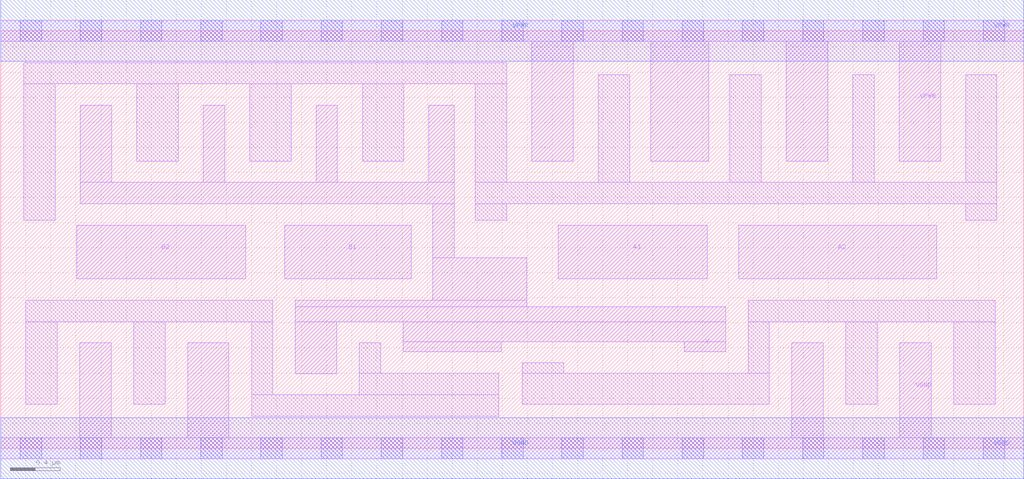
<source format=lef>
# Copyright 2020 The SkyWater PDK Authors
#
# Licensed under the Apache License, Version 2.0 (the "License");
# you may not use this file except in compliance with the License.
# You may obtain a copy of the License at
#
#     https://www.apache.org/licenses/LICENSE-2.0
#
# Unless required by applicable law or agreed to in writing, software
# distributed under the License is distributed on an "AS IS" BASIS,
# WITHOUT WARRANTIES OR CONDITIONS OF ANY KIND, either express or implied.
# See the License for the specific language governing permissions and
# limitations under the License.
#
# SPDX-License-Identifier: Apache-2.0

VERSION 5.7 ;
  NAMESCASESENSITIVE ON ;
  NOWIREEXTENSIONATPIN ON ;
  DIVIDERCHAR "/" ;
  BUSBITCHARS "[]" ;
UNITS
  DATABASE MICRONS 200 ;
END UNITS
MACRO sky130_fd_sc_hs__a22oi_4
  CLASS CORE ;
  SOURCE USER ;
  FOREIGN sky130_fd_sc_hs__a22oi_4 ;
  ORIGIN  0.000000  0.000000 ;
  SIZE  8.160000 BY  3.330000 ;
  SYMMETRY X Y ;
  SITE unit ;
  PIN A1
    ANTENNAGATEAREA  1.116000 ;
    DIRECTION INPUT ;
    USE SIGNAL ;
    PORT
      LAYER li1 ;
        RECT 4.445000 1.350000 5.635000 1.780000 ;
    END
  END A1
  PIN A2
    ANTENNAGATEAREA  1.116000 ;
    DIRECTION INPUT ;
    USE SIGNAL ;
    PORT
      LAYER li1 ;
        RECT 5.885000 1.350000 7.465000 1.780000 ;
    END
  END A2
  PIN B1
    ANTENNAGATEAREA  1.116000 ;
    DIRECTION INPUT ;
    USE SIGNAL ;
    PORT
      LAYER li1 ;
        RECT 2.265000 1.350000 3.275000 1.780000 ;
    END
  END B1
  PIN B2
    ANTENNAGATEAREA  1.116000 ;
    DIRECTION INPUT ;
    USE SIGNAL ;
    PORT
      LAYER li1 ;
        RECT 0.605000 1.350000 1.955000 1.780000 ;
    END
  END B2
  PIN Y
    ANTENNADIFFAREA  2.172800 ;
    DIRECTION OUTPUT ;
    USE SIGNAL ;
    PORT
      LAYER li1 ;
        RECT 0.635000 1.950000 3.615000 2.120000 ;
        RECT 0.635000 2.120000 0.885000 2.735000 ;
        RECT 1.615000 2.120000 1.785000 2.735000 ;
        RECT 2.350000 0.595000 2.680000 1.010000 ;
        RECT 2.350000 1.010000 5.780000 1.130000 ;
        RECT 2.350000 1.130000 4.195000 1.180000 ;
        RECT 2.515000 2.120000 2.685000 2.735000 ;
        RECT 3.210000 0.770000 3.990000 0.850000 ;
        RECT 3.210000 0.850000 5.780000 1.010000 ;
        RECT 3.415000 2.120000 3.615000 2.735000 ;
        RECT 3.445000 1.180000 4.195000 1.520000 ;
        RECT 3.445000 1.520000 3.615000 1.950000 ;
        RECT 5.450000 0.770000 5.780000 0.850000 ;
    END
  END Y
  PIN VGND
    DIRECTION INOUT ;
    USE GROUND ;
    PORT
      LAYER li1 ;
        RECT 0.000000 -0.085000 8.160000 0.085000 ;
        RECT 0.630000  0.085000 0.880000 0.840000 ;
        RECT 1.490000  0.085000 1.820000 0.840000 ;
        RECT 6.310000  0.085000 6.560000 0.840000 ;
        RECT 7.170000  0.085000 7.420000 0.840000 ;
      LAYER mcon ;
        RECT 0.155000 -0.085000 0.325000 0.085000 ;
        RECT 0.635000 -0.085000 0.805000 0.085000 ;
        RECT 1.115000 -0.085000 1.285000 0.085000 ;
        RECT 1.595000 -0.085000 1.765000 0.085000 ;
        RECT 2.075000 -0.085000 2.245000 0.085000 ;
        RECT 2.555000 -0.085000 2.725000 0.085000 ;
        RECT 3.035000 -0.085000 3.205000 0.085000 ;
        RECT 3.515000 -0.085000 3.685000 0.085000 ;
        RECT 3.995000 -0.085000 4.165000 0.085000 ;
        RECT 4.475000 -0.085000 4.645000 0.085000 ;
        RECT 4.955000 -0.085000 5.125000 0.085000 ;
        RECT 5.435000 -0.085000 5.605000 0.085000 ;
        RECT 5.915000 -0.085000 6.085000 0.085000 ;
        RECT 6.395000 -0.085000 6.565000 0.085000 ;
        RECT 6.875000 -0.085000 7.045000 0.085000 ;
        RECT 7.355000 -0.085000 7.525000 0.085000 ;
        RECT 7.835000 -0.085000 8.005000 0.085000 ;
      LAYER met1 ;
        RECT 0.000000 -0.245000 8.160000 0.245000 ;
    END
  END VGND
  PIN VPWR
    DIRECTION INOUT ;
    USE POWER ;
    PORT
      LAYER li1 ;
        RECT 0.000000 3.245000 8.160000 3.415000 ;
        RECT 4.235000 2.290000 4.565000 3.245000 ;
        RECT 5.185000 2.290000 5.645000 3.245000 ;
        RECT 6.265000 2.290000 6.595000 3.245000 ;
        RECT 7.165000 2.290000 7.495000 3.245000 ;
      LAYER mcon ;
        RECT 0.155000 3.245000 0.325000 3.415000 ;
        RECT 0.635000 3.245000 0.805000 3.415000 ;
        RECT 1.115000 3.245000 1.285000 3.415000 ;
        RECT 1.595000 3.245000 1.765000 3.415000 ;
        RECT 2.075000 3.245000 2.245000 3.415000 ;
        RECT 2.555000 3.245000 2.725000 3.415000 ;
        RECT 3.035000 3.245000 3.205000 3.415000 ;
        RECT 3.515000 3.245000 3.685000 3.415000 ;
        RECT 3.995000 3.245000 4.165000 3.415000 ;
        RECT 4.475000 3.245000 4.645000 3.415000 ;
        RECT 4.955000 3.245000 5.125000 3.415000 ;
        RECT 5.435000 3.245000 5.605000 3.415000 ;
        RECT 5.915000 3.245000 6.085000 3.415000 ;
        RECT 6.395000 3.245000 6.565000 3.415000 ;
        RECT 6.875000 3.245000 7.045000 3.415000 ;
        RECT 7.355000 3.245000 7.525000 3.415000 ;
        RECT 7.835000 3.245000 8.005000 3.415000 ;
      LAYER met1 ;
        RECT 0.000000 3.085000 8.160000 3.575000 ;
    END
  END VPWR
  OBS
    LAYER li1 ;
      RECT 0.185000 1.820000 0.435000 2.905000 ;
      RECT 0.185000 2.905000 4.035000 3.075000 ;
      RECT 0.200000 0.350000 0.450000 1.010000 ;
      RECT 0.200000 1.010000 2.170000 1.180000 ;
      RECT 1.060000 0.350000 1.310000 1.010000 ;
      RECT 1.085000 2.290000 1.415000 2.905000 ;
      RECT 1.985000 2.290000 2.315000 2.905000 ;
      RECT 2.000000 0.255000 3.970000 0.425000 ;
      RECT 2.000000 0.425000 2.170000 1.010000 ;
      RECT 2.860000 0.425000 3.970000 0.600000 ;
      RECT 2.860000 0.600000 3.030000 0.840000 ;
      RECT 2.885000 2.290000 3.215000 2.905000 ;
      RECT 3.785000 1.820000 4.035000 1.950000 ;
      RECT 3.785000 1.950000 7.945000 2.120000 ;
      RECT 3.785000 2.120000 4.035000 2.905000 ;
      RECT 4.160000 0.350000 6.130000 0.600000 ;
      RECT 4.160000 0.600000 4.490000 0.680000 ;
      RECT 4.765000 2.120000 5.015000 2.980000 ;
      RECT 5.815000 2.120000 6.065000 2.980000 ;
      RECT 5.960000 0.600000 6.130000 1.010000 ;
      RECT 5.960000 1.010000 7.930000 1.180000 ;
      RECT 6.740000 0.350000 6.990000 1.010000 ;
      RECT 6.795000 2.120000 6.965000 2.980000 ;
      RECT 7.600000 0.350000 7.930000 1.010000 ;
      RECT 7.695000 1.820000 7.945000 1.950000 ;
      RECT 7.695000 2.120000 7.945000 2.980000 ;
  END
END sky130_fd_sc_hs__a22oi_4

</source>
